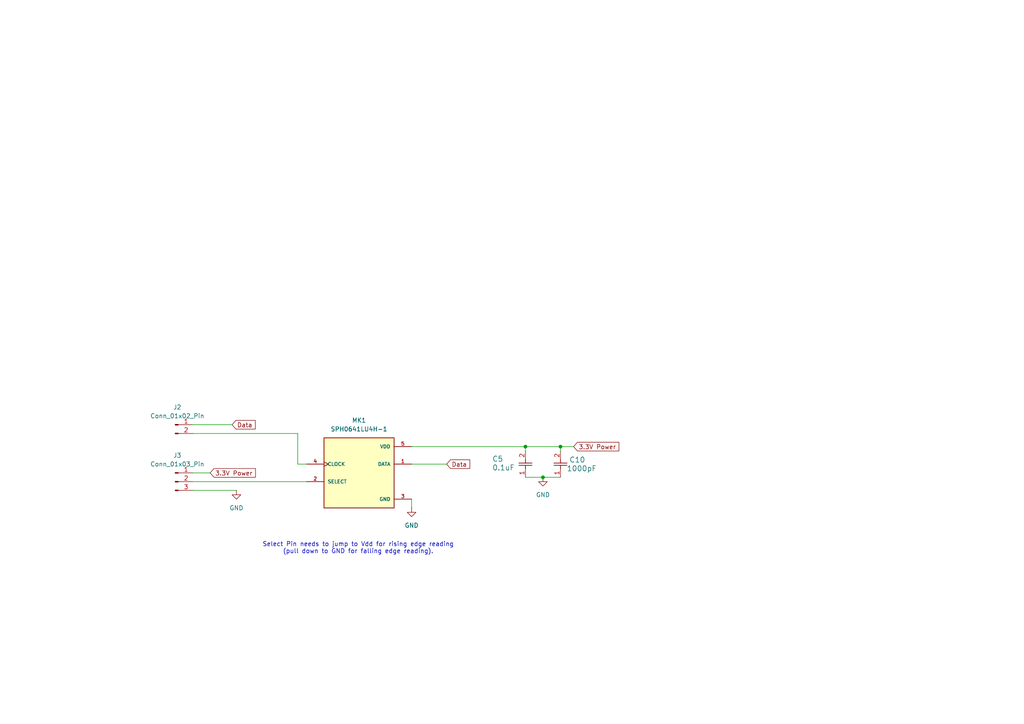
<source format=kicad_sch>
(kicad_sch (version 20231120) (generator "eeschema") (generator_version "8.0")
  (paper "A4")
  (title_block (title "MSE894 Lab 4 - PCBA Schematic") (date "2024-03-23") (rev "00"))
  (lib_symbols
    (symbol "C_0805_1nF_SMD:C0805C102K5RACTU" (pin_names (offset 0.254))
      (property "Reference" "C" (at 3.81 3.81 0))
      (property "Value" "C0805C102K5RACTU" (at 3.81 -3.81 0))
      (symbol "C0805C102K5RACTU_1_1"
        (polyline (pts (xy 2.54 0) (xy 3.4798 0)) (stroke (width 0.2032)))
        (polyline (pts (xy 3.4798 -1.905) (xy 3.4798 1.905)) (stroke (width 0.2032)))
        (polyline (pts (xy 4.1148 -1.905) (xy 4.1148 1.905)) (stroke (width 0.2032)))
        (polyline (pts (xy 4.1148 0) (xy 5.08 0)) (stroke (width 0.2032)))
        (pin unspecified line (at 0 0 0) (length 2.54) (name "") (number "1"))
        (pin unspecified line (at 7.62 0 180) (length 2.54) (name "") (number "2"))
      )
      (symbol "C0805C102K5RACTU_1_2"
        (polyline (pts (xy -1.905 -4.1148) (xy 1.905 -4.1148)) (stroke (width 0.2032)))
        (polyline (pts (xy -1.905 -3.4798) (xy 1.905 -3.4798)) (stroke (width 0.2032)))
        (polyline (pts (xy 0 -4.1148) (xy 0 -5.08)) (stroke (width 0.2032)))
        (polyline (pts (xy 0 -2.54) (xy 0 -3.4798)) (stroke (width 0.2032)))
        (pin unspecified line (at 0 0 270) (length 2.54) (name "") (number "1"))
        (pin unspecified line (at 0 -7.62 90) (length 2.54) (name "") (number "2"))
      )
    )
    (symbol "C_1206_01uF_SMD:C1206C104K5RACTU" (pin_names (offset 0.254))
      (property "Reference" "C" (at 3.81 3.81 0))
      (property "Value" "C1206C104K5RACTU" (at 3.81 -3.81 0))
      (symbol "C1206C104K5RACTU_1_1"
        (polyline (pts (xy 2.54 0) (xy 3.4798 0)) (stroke (width 0.2032)))
        (polyline (pts (xy 3.4798 -1.905) (xy 3.4798 1.905)) (stroke (width 0.2032)))
        (polyline (pts (xy 4.1148 -1.905) (xy 4.1148 1.905)) (stroke (width 0.2032)))
        (polyline (pts (xy 4.1148 0) (xy 5.08 0)) (stroke (width 0.2032)))
        (pin unspecified line (at 0 0 0) (length 2.54) (name "") (number "1"))
        (pin unspecified line (at 7.62 0 180) (length 2.54) (name "") (number "2"))
      )
      (symbol "C1206C104K5RACTU_1_2"
        (polyline (pts (xy -1.905 -4.1148) (xy 1.905 -4.1148)) (stroke (width 0.2032)))
        (polyline (pts (xy -1.905 -3.4798) (xy 1.905 -3.4798)) (stroke (width 0.2032)))
        (polyline (pts (xy 0 -4.1148) (xy 0 -5.08)) (stroke (width 0.2032)))
        (polyline (pts (xy 0 -2.54) (xy 0 -3.4798)) (stroke (width 0.2032)))
        (pin unspecified line (at 0 0 270) (length 2.54) (name "") (number "1"))
        (pin unspecified line (at 0 -7.62 90) (length 2.54) (name "") (number "2"))
      )
    )
    (symbol "Connector:Conn_01x02_Pin" (pin_names (offset 1.016) hide)
      (property "Reference" "J" (at 0 2.54 0))
      (property "Value" "Conn_01x02_Pin" (at 0 -5.08 0))
      (symbol "Conn_01x02_Pin_1_1"
        (polyline (pts (xy 1.27 -2.54) (xy 0.8636 -2.54)) (stroke (width 0.1524)))
        (polyline (pts (xy 1.27 0) (xy 0.8636 0)) (stroke (width 0.1524)))
        (rectangle (start 0.8636 -2.413) (end 0 -2.667) (stroke (width 0.1524)) (fill (type outline)))
        (rectangle (start 0.8636 0.127) (end 0 -0.127) (stroke (width 0.1524)) (fill (type outline)))
        (pin passive line (at 5.08 0 180) (length 3.81) (name "Pin_1") (number "1"))
        (pin passive line (at 5.08 -2.54 180) (length 3.81) (name "Pin_2") (number "2"))
      )
    )
    (symbol "Connector:Conn_01x03_Pin" (pin_names (offset 1.016) hide)
      (property "Reference" "J" (at 0 5.08 0))
      (property "Value" "Conn_01x03_Pin" (at 0 -5.08 0))
      (symbol "Conn_01x03_Pin_1_1"
        (polyline (pts (xy 1.27 -2.54) (xy 0.8636 -2.54)) (stroke (width 0.1524)))
        (polyline (pts (xy 1.27 0) (xy 0.8636 0)) (stroke (width 0.1524)))
        (polyline (pts (xy 1.27 2.54) (xy 0.8636 2.54)) (stroke (width 0.1524)))
        (rectangle (start 0.8636 -2.413) (end 0 -2.667) (stroke (width 0.1524)) (fill (type outline)))
        (rectangle (start 0.8636 0.127) (end 0 -0.127) (stroke (width 0.1524)) (fill (type outline)))
        (rectangle (start 0.8636 2.667) (end 0 2.413) (stroke (width 0.1524)) (fill (type outline)))
        (pin passive line (at 5.08 2.54 180) (length 3.81) (name "Pin_1") (number "1"))
        (pin passive line (at 5.08 0 180) (length 3.81) (name "Pin_2") (number "2"))
        (pin passive line (at 5.08 -2.54 180) (length 3.81) (name "Pin_3") (number "3"))
      )
    )
    (symbol "SPH0641LU4H-1:SPH0641LU4H-1" (pin_names (offset 1.016))
      (property "Reference" "MK" (at -10.1849 10.6817 0))
      (property "Value" "SPH0641LU4H-1" (at -10.1743 -12.7107 0))
      (symbol "SPH0641LU4H-1_0_0"
        (rectangle (start -10.16 -10.16) (end 10.16 10.16) (stroke (width 0.254)) (fill (type background)))
        (pin output line (at 15.24 2.54 180) (length 5.08) (name "DATA") (number "1"))
        (pin input line (at -15.24 -2.54 0) (length 5.08) (name "SELECT") (number "2"))
        (pin power_in line (at 15.24 -7.62 180) (length 5.08) (name "GND") (number "3"))
        (pin input clock (at -15.24 2.54 0) (length 5.08) (name "CLOCK") (number "4"))
        (pin power_in line (at 15.24 7.62 180) (length 5.08) (name "VDD") (number "5"))
      )
    )
    (symbol "power:GND" (power) (pin_numbers hide) (pin_names (offset 0) hide)
      (property "Value" "GND" (at 0 -3.81 0))
      (symbol "GND_0_1"
        (polyline (pts (xy 0 0) (xy 0 -1.27) (xy 1.27 -1.27) (xy 0 -2.54) (xy -1.27 -1.27) (xy 0 -1.27)))
      )
      (symbol "GND_1_1"
        (pin power_in line (at 0 0 270) (length 0) (name "~") (number "1"))
      )
    )
  )
  (junction (at 157.48 138.43))
  (junction (at 152.4 129.54))
  (junction (at 162.56 129.54))
  (wire (pts (xy 162.56 129.54) (xy 166.37 129.54)))
  (wire (pts (xy 119.38 129.54) (xy 152.4 129.54)))
  (wire (pts (xy 55.88 137.16) (xy 60.96 137.16)))
  (wire (pts (xy 55.88 125.73) (xy 86.36 125.73)))
  (wire (pts (xy 55.88 142.24) (xy 68.58 142.24)))
  (wire (pts (xy 55.88 139.7) (xy 88.9 139.7)))
  (wire (pts (xy 86.36 125.73) (xy 86.36 134.62)))
  (wire (pts (xy 152.4 129.54) (xy 162.56 129.54)))
  (wire (pts (xy 152.4 129.54) (xy 152.4 130.81)))
  (wire (pts (xy 162.56 129.54) (xy 162.56 130.81)))
  (wire (pts (xy 119.38 147.32) (xy 119.38 144.78)))
  (wire (pts (xy 157.48 138.43) (xy 162.56 138.43)))
  (wire (pts (xy 119.38 134.62) (xy 129.54 134.62)))
  (wire (pts (xy 55.88 123.19) (xy 67.31 123.19)))
  (wire (pts (xy 88.9 134.62) (xy 86.36 134.62)))
  (wire (pts (xy 152.4 138.43) (xy 157.48 138.43)))
  (text "Select Pin needs to jump to Vdd for rising edge reading\n(pull down to GND for falling edge reading)." (at 103.886 159.004 0) (effects (font (size 1.27 1.27))))
  (global_label "Data" (shape input) (at 129.54 134.62 0) (property "Intersheetrefs" "${INTERSHEET_REFS}" (effects (hide yes))))
  (global_label "3.3V Power" (shape input) (at 166.37 129.54 0) (property "Intersheetrefs" "${INTERSHEET_REFS}" (effects (hide yes))))
  (global_label "Data" (shape input) (at 67.31 123.19 0) (property "Intersheetrefs" "${INTERSHEET_REFS}" (effects (hide yes))))
  (global_label "3.3V Power" (shape input) (at 60.96 137.16 0) (property "Intersheetrefs" "${INTERSHEET_REFS}" (effects (hide yes))))
  (symbol (lib_id "Connector:Conn_01x02_Pin") (at 50.8 123.19 0) (unit 1)
    (property "Reference" "J2" (at 51.435 118.11 0))
    (property "Value" "Conn_01x02_Pin" (at 51.435 120.65 0))
    (property "Footprint" "Connector_PinHeader_2.54mm:PinHeader_1x02_P2.54mm_Vertical" (effects (hide yes)))
    (property "Description" "Generic connector, single row, 01x02, script generated" (effects (hide yes)))
  )
  (symbol (lib_id "Connector:Conn_01x03_Pin") (at 50.8 139.7 0) (unit 1)
    (property "Reference" "J3" (at 51.435 132.08 0))
    (property "Value" "Conn_01x03_Pin" (at 51.435 134.62 0))
    (property "Footprint" "Connector_PinHeader_2.54mm:PinHeader_1x03_P2.54mm_Vertical" (effects (hide yes)))
    (property "Description" "Generic connector, single row, 01x03, script generated" (effects (hide yes)))
  )
  (symbol (lib_id "SPH0641LU4H-1:SPH0641LU4H-1") (at 104.14 137.16 0) (unit 1)
    (property "Reference" "MK1" (at 104.14 121.92 0))
    (property "Value" "SPH0641LU4H-1" (at 104.14 124.46 0))
    (property "Footprint" "491_Footprints:MIC_SPH0641LU4H-1" (effects (hide yes)))
    (property "MF" "Knowles" (effects (hide yes)))
    (property "DIGI-KEY_PURCHASE_URL" "https://www.digikey.com/product-detail/en/knowles/SPH0641LU4H-1/423-1402-1-ND/5332430?utm_source=snapeda&utm_medium=aggregator&utm_campaign=symbol" (effects (hide yes)))
    (property "DESCRIPTION" "Mic Mems Digital Pdm Omni -26db" (effects (hide yes)))
    (property "PACKAGE" "MAPBGA-400 NXP Semiconductors" (effects (hide yes)))
    (property "MP" "SPH0641LU4H-1" (effects (hide yes)))
    (property "DIGI-KEY_PART_NUMBER" "423-1402-1-ND" (effects (hide yes)))
  )
  (symbol (lib_id "C_0805_1nF_SMD:C0805C102K5RACTU") (at 162.56 138.43 90) (unit 1)
    (property "Reference" "C10" (at 165.1 133.35 90) (effects (font (size 1.524 1.524)) (justify right)))
    (property "Value" "1000pF" (at 164.338 135.89 90) (effects (font (size 1.524 1.524)) (justify right)))
    (property "Footprint" "Capacitor_SMD:C_0805_2012Metric" (effects (hide yes)))
    (property "Datasheet" "C0805C102K5RACTU" (effects (hide yes)))
  )
  (symbol (lib_id "power:GND") (at 68.58 142.24 0) (unit 1)
    (property "Reference" "#PWR03" (effects (hide yes)))
    (property "Value" "GND" (at 68.58 147.32 0))
    (property "Description" "Power symbol creates a global label with name \"GND\" , ground" (effects (hide yes)))
  )
  (symbol (lib_id "power:GND") (at 119.38 147.32 0) (unit 1)
    (property "Reference" "#PWR02" (effects (hide yes)))
    (property "Value" "GND" (at 119.38 152.4 0))
    (property "Description" "Power symbol creates a global label with name \"GND\" , ground" (effects (hide yes)))
  )
  (symbol (lib_id "C_1206_01uF_SMD:C1206C104K5RACTU") (at 152.4 138.43 90) (unit 1)
    (property "Reference" "C5" (at 142.748 133.096 90) (effects (font (size 1.524 1.524)) (justify right)))
    (property "Value" "0.1uF" (at 142.748 135.636 90) (effects (font (size 1.524 1.524)) (justify right)))
    (property "Footprint" "Capacitor_SMD:C_0805_2012Metric" (effects (hide yes)))
    (property "Datasheet" "C1206C104K5RACTU" (effects (hide yes)))
  )
  (symbol (lib_id "power:GND") (at 157.48 138.43 0) (unit 1)
    (property "Reference" "#PWR01" (effects (hide yes)))
    (property "Value" "GND" (at 157.48 143.51 0))
    (property "Description" "Power symbol creates a global label with name \"GND\" , ground" (effects (hide yes)))
  )
)
</source>
